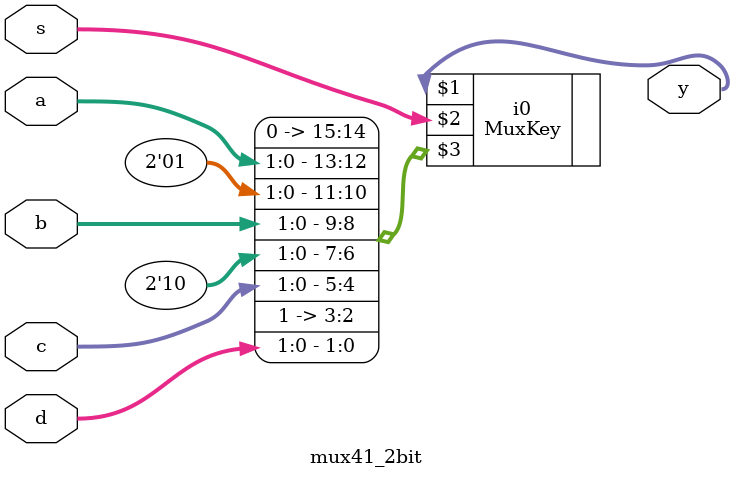
<source format=v>
module mux41_2bit(a,b,c,d,s,y);
input [1:0] a;
input [1:0] b;
input [1:0] c;
input [1:0] d;
input [1:0] s;
output [1:0] y;

MuxKey #(4, 2, 2) i0 (y, s, {
    2'b00, a,
    2'b01, b,
    2'b10, c,
    2'b11, d
  });
endmodule 

</source>
